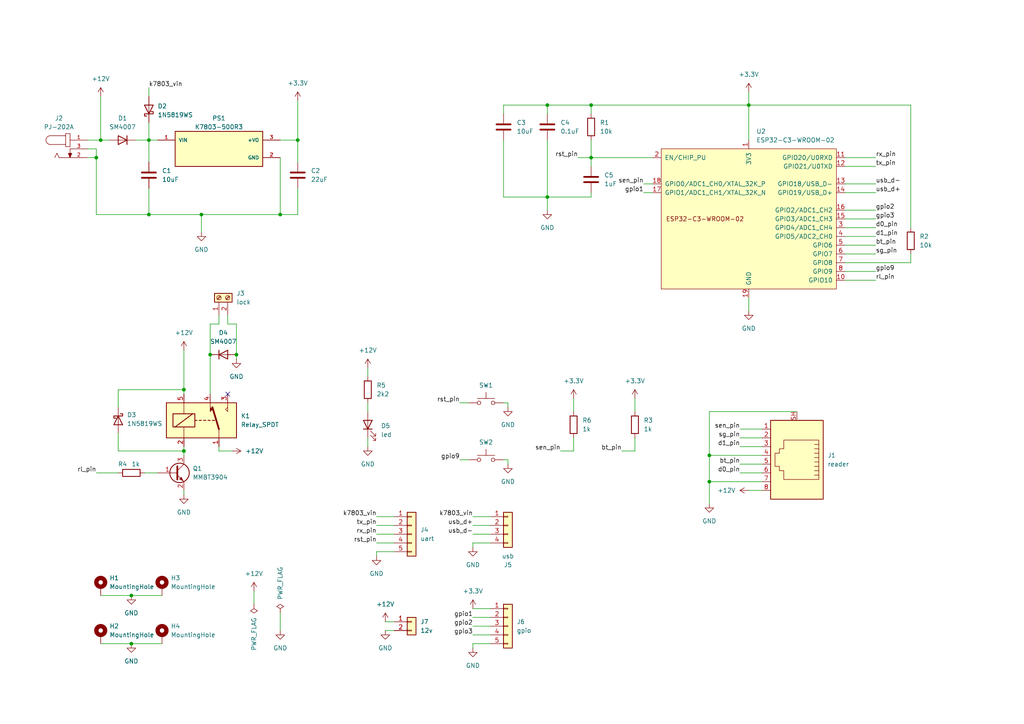
<source format=kicad_sch>
(kicad_sch (version 20230121) (generator eeschema)
  (paper "A4")
  (lib_symbols
    (symbol "Connector:RJ45_Shielded" (pin_names (offset 1.016))
      (property "Reference" "J" (at -5.08 13.97 0))
      (property "Value" "RJ45_Shielded" (at 2.54 13.97 0))
      (symbol "RJ45_Shielded_0_1"
        (polyline (pts (xy -5.08 4.445) (xy -6.35 4.445)))
        (polyline (pts (xy -5.08 5.715) (xy -6.35 5.715)))
        (polyline (pts (xy -6.35 -3.175) (xy -5.08 -3.175) (xy -5.08 -3.175)))
        (polyline (pts (xy -6.35 -1.905) (xy -5.08 -1.905) (xy -5.08 -1.905)))
        (polyline (pts (xy -6.35 -0.635) (xy -5.08 -0.635) (xy -5.08 -0.635)))
        (polyline (pts (xy -6.35 0.635) (xy -5.08 0.635) (xy -5.08 0.635)))
        (polyline (pts (xy -6.35 1.905) (xy -5.08 1.905) (xy -5.08 1.905)))
        (polyline (pts (xy -5.08 3.175) (xy -6.35 3.175) (xy -6.35 3.175)))
        (polyline (pts (xy -6.35 -4.445) (xy -6.35 6.985) (xy 3.81 6.985) (xy 3.81 4.445) (xy 5.08 4.445) (xy 5.08 3.175) (xy 6.35 3.175) (xy 6.35 -0.635) (xy 5.08 -0.635) (xy 5.08 -1.905) (xy 3.81 -1.905) (xy 3.81 -4.445) (xy -6.35 -4.445) (xy -6.35 -4.445)))
        (rectangle (start 7.62 12.7) (end -7.62 -10.16) (stroke (width 0.254)) (fill (type background)))
      )
      (symbol "RJ45_Shielded_1_1"
        (pin passive line (at 10.16 -7.62 180) (length 2.54) (name "~") (number "1"))
        (pin passive line (at 10.16 -5.08 180) (length 2.54) (name "~") (number "2"))
        (pin passive line (at 10.16 -2.54 180) (length 2.54) (name "~") (number "3"))
        (pin passive line (at 10.16 0 180) (length 2.54) (name "~") (number "4"))
        (pin passive line (at 10.16 2.54 180) (length 2.54) (name "~") (number "5"))
        (pin passive line (at 10.16 5.08 180) (length 2.54) (name "~") (number "6"))
        (pin passive line (at 10.16 7.62 180) (length 2.54) (name "~") (number "7"))
        (pin passive line (at 10.16 10.16 180) (length 2.54) (name "~") (number "8"))
        (pin passive line (at 0 -12.7 90) (length 2.54) (name "~") (number "SH"))
      )
    )
    (symbol "Connector:Screw_Terminal_01x02" (pin_names (offset 1.016) hide)
      (property "Reference" "J" (at 0 2.54 0))
      (property "Value" "Screw_Terminal_01x02" (at 0 -5.08 0))
      (symbol "Screw_Terminal_01x02_1_1"
        (rectangle (start -1.27 1.27) (end 1.27 -3.81) (stroke (width 0.254)) (fill (type background)))
        (circle (center 0 -2.54) (radius 0.635) (stroke (width 0.1524)))
        (polyline (pts (xy -0.5334 -2.2098) (xy 0.3302 -3.048)) (stroke (width 0.1524)))
        (polyline (pts (xy -0.5334 0.3302) (xy 0.3302 -0.508)) (stroke (width 0.1524)))
        (polyline (pts (xy -0.3556 -2.032) (xy 0.508 -2.8702)) (stroke (width 0.1524)))
        (polyline (pts (xy -0.3556 0.508) (xy 0.508 -0.3302)) (stroke (width 0.1524)))
        (circle (center 0 0) (radius 0.635) (stroke (width 0.1524)))
        (pin passive line (at -5.08 0 0) (length 3.81) (name "Pin_1") (number "1"))
        (pin passive line (at -5.08 -2.54 0) (length 3.81) (name "Pin_2") (number "2"))
      )
    )
    (symbol "Connector_Generic:Conn_01x02" (pin_names (offset 1.016) hide)
      (property "Reference" "J" (at 0 2.54 0))
      (property "Value" "Conn_01x02" (at 0 -5.08 0))
      (symbol "Conn_01x02_1_1"
        (rectangle (start -1.27 -2.413) (end 0 -2.667) (stroke (width 0.1524)))
        (rectangle (start -1.27 0.127) (end 0 -0.127) (stroke (width 0.1524)))
        (rectangle (start -1.27 1.27) (end 1.27 -3.81) (stroke (width 0.254)) (fill (type background)))
        (pin passive line (at -5.08 0 0) (length 3.81) (name "Pin_1") (number "1"))
        (pin passive line (at -5.08 -2.54 0) (length 3.81) (name "Pin_2") (number "2"))
      )
    )
    (symbol "Connector_Generic:Conn_01x04" (pin_names (offset 1.016) hide)
      (property "Reference" "J" (at 0 5.08 0))
      (property "Value" "Conn_01x04" (at 0 -7.62 0))
      (symbol "Conn_01x04_1_1"
        (rectangle (start -1.27 -4.953) (end 0 -5.207) (stroke (width 0.1524)))
        (rectangle (start -1.27 -2.413) (end 0 -2.667) (stroke (width 0.1524)))
        (rectangle (start -1.27 0.127) (end 0 -0.127) (stroke (width 0.1524)))
        (rectangle (start -1.27 2.667) (end 0 2.413) (stroke (width 0.1524)))
        (rectangle (start -1.27 3.81) (end 1.27 -6.35) (stroke (width 0.254)) (fill (type background)))
        (pin passive line (at -5.08 2.54 0) (length 3.81) (name "Pin_1") (number "1"))
        (pin passive line (at -5.08 0 0) (length 3.81) (name "Pin_2") (number "2"))
        (pin passive line (at -5.08 -2.54 0) (length 3.81) (name "Pin_3") (number "3"))
        (pin passive line (at -5.08 -5.08 0) (length 3.81) (name "Pin_4") (number "4"))
      )
    )
    (symbol "Connector_Generic:Conn_01x05" (pin_names (offset 1.016) hide)
      (property "Reference" "J" (at 0 7.62 0))
      (property "Value" "Conn_01x05" (at 0 -7.62 0))
      (symbol "Conn_01x05_1_1"
        (rectangle (start -1.27 -4.953) (end 0 -5.207) (stroke (width 0.1524)))
        (rectangle (start -1.27 -2.413) (end 0 -2.667) (stroke (width 0.1524)))
        (rectangle (start -1.27 0.127) (end 0 -0.127) (stroke (width 0.1524)))
        (rectangle (start -1.27 2.667) (end 0 2.413) (stroke (width 0.1524)))
        (rectangle (start -1.27 5.207) (end 0 4.953) (stroke (width 0.1524)))
        (rectangle (start -1.27 6.35) (end 1.27 -6.35) (stroke (width 0.254)) (fill (type background)))
        (pin passive line (at -5.08 5.08 0) (length 3.81) (name "Pin_1") (number "1"))
        (pin passive line (at -5.08 2.54 0) (length 3.81) (name "Pin_2") (number "2"))
        (pin passive line (at -5.08 0 0) (length 3.81) (name "Pin_3") (number "3"))
        (pin passive line (at -5.08 -2.54 0) (length 3.81) (name "Pin_4") (number "4"))
        (pin passive line (at -5.08 -5.08 0) (length 3.81) (name "Pin_5") (number "5"))
      )
    )
    (symbol "Device:C" (pin_numbers hide) (pin_names (offset 0.254))
      (property "Reference" "C" (at 0.635 2.54 0))
      (property "Value" "C" (at 0.635 -2.54 0))
      (symbol "C_0_1"
        (polyline (pts (xy -2.032 -0.762) (xy 2.032 -0.762)) (stroke (width 0.508)))
        (polyline (pts (xy -2.032 0.762) (xy 2.032 0.762)) (stroke (width 0.508)))
      )
      (symbol "C_1_1"
        (pin passive line (at 0 3.81 270) (length 2.794) (name "~") (number "1"))
        (pin passive line (at 0 -3.81 90) (length 2.794) (name "~") (number "2"))
      )
    )
    (symbol "Device:LED" (pin_numbers hide) (pin_names (offset 1.016) hide)
      (property "Reference" "D" (at 0 2.54 0))
      (property "Value" "LED" (at 0 -2.54 0))
      (symbol "LED_0_1"
        (polyline (pts (xy -1.27 -1.27) (xy -1.27 1.27)) (stroke (width 0.254)))
        (polyline (pts (xy -1.27 0) (xy 1.27 0)))
        (polyline (pts (xy 1.27 -1.27) (xy 1.27 1.27) (xy -1.27 0) (xy 1.27 -1.27)) (stroke (width 0.254)))
        (polyline (pts (xy -3.048 -0.762) (xy -4.572 -2.286) (xy -3.81 -2.286) (xy -4.572 -2.286) (xy -4.572 -1.524)))
        (polyline (pts (xy -1.778 -0.762) (xy -3.302 -2.286) (xy -2.54 -2.286) (xy -3.302 -2.286) (xy -3.302 -1.524)))
      )
      (symbol "LED_1_1"
        (pin passive line (at -3.81 0 0) (length 2.54) (name "K") (number "1"))
        (pin passive line (at 3.81 0 180) (length 2.54) (name "A") (number "2"))
      )
    )
    (symbol "Device:R" (pin_numbers hide) (pin_names (offset 0))
      (property "Reference" "R" (at 2.032 0 90))
      (property "Value" "R" (at 0 0 90))
      (symbol "R_0_1"
        (rectangle (start -1.016 -2.54) (end 1.016 2.54) (stroke (width 0.254)))
      )
      (symbol "R_1_1"
        (pin passive line (at 0 3.81 270) (length 1.27) (name "~") (number "1"))
        (pin passive line (at 0 -3.81 90) (length 1.27) (name "~") (number "2"))
      )
    )
    (symbol "Diode:1N5819WS" (pin_numbers hide) (pin_names (offset 1.016) hide)
      (property "Reference" "D" (at 0 2.54 0))
      (property "Value" "1N5819WS" (at 0 -2.54 0))
      (symbol "1N5819WS_0_1"
        (polyline (pts (xy 1.27 0) (xy -1.27 0)))
        (polyline (pts (xy 1.27 1.27) (xy 1.27 -1.27) (xy -1.27 0) (xy 1.27 1.27)) (stroke (width 0.254)))
        (polyline (pts (xy -1.905 0.635) (xy -1.905 1.27) (xy -1.27 1.27) (xy -1.27 -1.27) (xy -0.635 -1.27) (xy -0.635 -0.635)) (stroke (width 0.254)))
      )
      (symbol "1N5819WS_1_1"
        (pin passive line (at -3.81 0 0) (length 2.54) (name "K") (number "1"))
        (pin passive line (at 3.81 0 180) (length 2.54) (name "A") (number "2"))
      )
    )
    (symbol "Diode:SM4007" (pin_numbers hide) (pin_names hide)
      (property "Reference" "D" (at 0 2.54 0))
      (property "Value" "SM4007" (at 0 -2.54 0))
      (symbol "SM4007_0_1"
        (polyline (pts (xy -1.27 1.27) (xy -1.27 -1.27)) (stroke (width 0.254)))
        (polyline (pts (xy 1.27 0) (xy -1.27 0)))
        (polyline (pts (xy 1.27 1.27) (xy 1.27 -1.27) (xy -1.27 0) (xy 1.27 1.27)) (stroke (width 0.254)))
      )
      (symbol "SM4007_1_1"
        (pin passive line (at -3.81 0 0) (length 2.54) (name "K") (number "1"))
        (pin passive line (at 3.81 0 180) (length 2.54) (name "A") (number "2"))
      )
    )
    (symbol "Mechanical:MountingHole_Pad" (pin_numbers hide) (pin_names (offset 1.016) hide)
      (property "Reference" "H" (at 0 6.35 0))
      (property "Value" "MountingHole_Pad" (at 0 4.445 0))
      (symbol "MountingHole_Pad_0_1"
        (circle (center 0 1.27) (radius 1.27) (stroke (width 1.27)))
      )
      (symbol "MountingHole_Pad_1_1"
        (pin input line (at 0 -2.54 90) (length 2.54) (name "1") (number "1"))
      )
    )
    (symbol "PCM_Espressif:ESP32-C3-WROOM-02" (pin_names (offset 1.016))
      (property "Reference" "U" (at -25.4 25.4 0))
      (property "Value" "ESP32-C3-WROOM-02" (at -25.4 22.86 0))
      (symbol "ESP32-C3-WROOM-02_0_0"
        (text "ESP32-C3-WROOM-02" (at -12.7 0 0) (effects (font (size 1.27 1.27))))
      )
      (symbol "ESP32-C3-WROOM-02_0_1"
        (rectangle (start 25.4 20.32) (end -25.4 -20.32) (fill (type background)))
      )
      (symbol "ESP32-C3-WROOM-02_1_1"
        (pin power_in line (at 0 22.86 270) (length 2.54) (name "3V3") (number "1"))
        (pin bidirectional line (at 27.94 -17.78 180) (length 2.54) (name "GPIO10") (number "10"))
        (pin bidirectional line (at 27.94 17.78 180) (length 2.54) (name "GPIO20/U0RXD") (number "11"))
        (pin bidirectional line (at 27.94 15.24 180) (length 2.54) (name "GPIO21/U0TXD") (number "12"))
        (pin bidirectional line (at 27.94 10.16 180) (length 2.54) (name "GPIO18/USB_D-") (number "13"))
        (pin bidirectional line (at 27.94 7.62 180) (length 2.54) (name "GPIO19/USB_D+") (number "14"))
        (pin bidirectional line (at 27.94 0 180) (length 2.54) (name "GPIO3/ADC1_CH3") (number "15"))
        (pin bidirectional line (at 27.94 2.54 180) (length 2.54) (name "GPIO2/ADC1_CH2") (number "16"))
        (pin bidirectional line (at -27.94 7.62 0) (length 2.54) (name "GPIO1/ADC1_CH1/XTAL_32K_N") (number "17"))
        (pin bidirectional line (at -27.94 10.16 0) (length 2.54) (name "GPIO0/ADC1_CH0/XTAL_32K_P") (number "18"))
        (pin power_in line (at 0 -22.86 90) (length 2.54) (name "GND") (number "19"))
        (pin input line (at -27.94 17.78 0) (length 2.54) (name "EN/CHIP_PU") (number "2"))
        (pin bidirectional line (at 27.94 -2.54 180) (length 2.54) (name "GPIO4/ADC1_CH4") (number "3"))
        (pin bidirectional line (at 27.94 -5.08 180) (length 2.54) (name "GPIO5/ADC2_CH0") (number "4"))
        (pin bidirectional line (at 27.94 -7.62 180) (length 2.54) (name "GPIO6") (number "5"))
        (pin bidirectional line (at 27.94 -10.16 180) (length 2.54) (name "GPIO7") (number "6"))
        (pin bidirectional line (at 27.94 -12.7 180) (length 2.54) (name "GPIO8") (number "7"))
        (pin bidirectional line (at 27.94 -15.24 180) (length 2.54) (name "GPIO9") (number "8"))
        (pin passive line (at 0 -22.86 90) (length 2.54) hide (name "GND") (number "9"))
      )
    )
    (symbol "PCM_K7803-500R3:K7803-500R3" (pin_names (offset 1.016))
      (property "Reference" "PS" (at -12.7 6.35 0))
      (property "Value" "K7803-500R3" (at -12.7 -7.62 0))
      (symbol "K7803-500R3_0_0"
        (rectangle (start -12.7 -5.08) (end 12.7 5.08) (stroke (width 0.254)) (fill (type background)))
        (pin power_in line (at 17.78 -2.54 180) (length 5.08) (name "GND") (number "2"))
      )
      (symbol "K7803-500R3_1_0"
        (pin input line (at -17.78 2.54 0) (length 5.08) (name "VIN") (number "1"))
        (pin power_out line (at 17.78 2.54 180) (length 5.08) (name "+VO") (number "3"))
      )
    )
    (symbol "PCM_PJ-202A:PJ-202A" (pin_names (offset 1.016))
      (property "Reference" "J" (at -5.08 5.08 0))
      (property "Value" "PJ-202A" (at -5.08 -5.08 0))
      (symbol "PJ-202A_0_0"
        (arc (start -5.715 3.81) (mid -6.9795 2.54) (end -5.715 1.27) (stroke (width 0.1524)))
        (polyline (pts (xy -5.715 3.81) (xy -1.27 3.81)) (stroke (width 0.1524)))
        (polyline (pts (xy -3.81 -1.27) (xy -4.445 -2.54)) (stroke (width 0.1524)))
        (polyline (pts (xy -3.175 -2.54) (xy -3.81 -1.27)) (stroke (width 0.1524)))
        (polyline (pts (xy -1.27 0.635) (xy 0 0.635)) (stroke (width 0.1524)))
        (polyline (pts (xy -1.27 1.27) (xy -5.715 1.27)) (stroke (width 0.1524)))
        (polyline (pts (xy -1.27 1.27) (xy -1.27 0.635)) (stroke (width 0.1524)))
        (polyline (pts (xy -1.27 3.81) (xy -1.27 1.27)) (stroke (width 0.1524)))
        (polyline (pts (xy -1.27 4.445) (xy -1.27 3.81)) (stroke (width 0.1524)))
        (polyline (pts (xy 0 -2.54) (xy -3.175 -2.54)) (stroke (width 0.1524)))
        (polyline (pts (xy 0 0) (xy 0 -2.54)) (stroke (width 0.1524)))
        (polyline (pts (xy 0 0.635) (xy 0 4.445)) (stroke (width 0.1524)))
        (polyline (pts (xy 0 4.445) (xy -1.27 4.445)) (stroke (width 0.1524)))
        (polyline (pts (xy 0 -2.54) (xy -0.508 -1.27) (xy 0.508 -1.27) (xy 0 -2.54)) (stroke (width 0.1524)) (fill (type outline)))
        (pin passive line (at 5.08 2.54 180) (length 5.08) (name "~") (number "1"))
        (pin passive line (at 5.08 -2.54 180) (length 5.08) (name "~") (number "2"))
        (pin passive line (at 5.08 0 180) (length 5.08) (name "~") (number "3"))
      )
    )
    (symbol "Relay:G5LE-1"
      (property "Reference" "K" (at 11.43 3.81 0))
      (property "Value" "G5LE-1" (at 11.43 1.27 0))
      (symbol "G5LE-1_0_0"
        (polyline (pts (xy 7.62 5.08) (xy 7.62 2.54) (xy 6.985 3.175) (xy 7.62 3.81)))
      )
      (symbol "G5LE-1_0_1"
        (rectangle (start -10.16 5.08) (end 10.16 -5.08) (stroke (width 0.254)) (fill (type background)))
        (rectangle (start -8.255 1.905) (end -1.905 -1.905) (stroke (width 0.254)))
        (polyline (pts (xy -7.62 -1.905) (xy -2.54 1.905)) (stroke (width 0.254)))
        (polyline (pts (xy -5.08 -5.08) (xy -5.08 -1.905)))
        (polyline (pts (xy -5.08 5.08) (xy -5.08 1.905)))
        (polyline (pts (xy -1.905 0) (xy -1.27 0)) (stroke (width 0.254)))
        (polyline (pts (xy -0.635 0) (xy 0 0)) (stroke (width 0.254)))
        (polyline (pts (xy 0.635 0) (xy 1.27 0)) (stroke (width 0.254)))
        (polyline (pts (xy 1.905 0) (xy 2.54 0)) (stroke (width 0.254)))
        (polyline (pts (xy 3.175 0) (xy 3.81 0)) (stroke (width 0.254)))
        (polyline (pts (xy 5.08 -2.54) (xy 3.175 3.81)) (stroke (width 0.508)))
        (polyline (pts (xy 5.08 -2.54) (xy 5.08 -5.08)))
        (polyline (pts (xy 2.54 5.08) (xy 2.54 2.54) (xy 3.175 3.175) (xy 2.54 3.81)) (fill (type outline)))
      )
      (symbol "G5LE-1_1_1"
        (pin passive line (at 5.08 -7.62 90) (length 2.54) (name "~") (number "1"))
        (pin passive line (at -5.08 -7.62 90) (length 2.54) (name "~") (number "2"))
        (pin passive line (at 7.62 7.62 270) (length 2.54) (name "~") (number "3"))
        (pin passive line (at 2.54 7.62 270) (length 2.54) (name "~") (number "4"))
        (pin passive line (at -5.08 7.62 270) (length 2.54) (name "~") (number "5"))
      )
    )
    (symbol "Switch:SW_Push" (pin_numbers hide) (pin_names (offset 1.016) hide)
      (property "Reference" "SW" (at 1.27 2.54 0))
      (property "Value" "SW_Push" (at 0 -1.524 0))
      (symbol "SW_Push_0_1"
        (circle (center -2.032 0) (radius 0.508))
        (polyline (pts (xy 0 1.27) (xy 0 3.048)))
        (polyline (pts (xy 2.54 1.27) (xy -2.54 1.27)))
        (circle (center 2.032 0) (radius 0.508))
        (pin passive line (at -5.08 0 0) (length 2.54) (name "1") (number "1"))
        (pin passive line (at 5.08 0 180) (length 2.54) (name "2") (number "2"))
      )
    )
    (symbol "Transistor_BJT:MMBT3904" (pin_names (offset 0) hide)
      (property "Reference" "Q" (at 5.08 1.905 0))
      (property "Value" "MMBT3904" (at 5.08 0 0))
      (symbol "MMBT3904_0_1"
        (polyline (pts (xy 0.635 0.635) (xy 2.54 2.54)))
        (polyline (pts (xy 0.635 -0.635) (xy 2.54 -2.54) (xy 2.54 -2.54)))
        (polyline (pts (xy 0.635 1.905) (xy 0.635 -1.905) (xy 0.635 -1.905)) (stroke (width 0.508)))
        (polyline (pts (xy 1.27 -1.778) (xy 1.778 -1.27) (xy 2.286 -2.286) (xy 1.27 -1.778) (xy 1.27 -1.778)) (fill (type outline)))
        (circle (center 1.27 0) (radius 2.8194) (stroke (width 0.254)))
      )
      (symbol "MMBT3904_1_1"
        (pin input line (at -5.08 0 0) (length 5.715) (name "B") (number "1"))
        (pin passive line (at 2.54 -5.08 90) (length 2.54) (name "E") (number "2"))
        (pin passive line (at 2.54 5.08 270) (length 2.54) (name "C") (number "3"))
      )
    )
    (symbol "power:+12V" (power) (pin_names (offset 0))
      (property "Value" "+12V" (at 0 3.556 0))
      (symbol "+12V_0_1"
        (polyline (pts (xy -0.762 1.27) (xy 0 2.54)))
        (polyline (pts (xy 0 0) (xy 0 2.54)))
        (polyline (pts (xy 0 2.54) (xy 0.762 1.27)))
      )
      (symbol "+12V_1_1"
        (pin power_in line (at 0 0 90) (length 0) hide (name "+12V") (number "1"))
      )
    )
    (symbol "power:+3.3V" (power) (pin_names (offset 0))
      (property "Value" "+3.3V" (at 0 3.556 0))
      (symbol "+3.3V_0_1"
        (polyline (pts (xy -0.762 1.27) (xy 0 2.54)))
        (polyline (pts (xy 0 0) (xy 0 2.54)))
        (polyline (pts (xy 0 2.54) (xy 0.762 1.27)))
      )
      (symbol "+3.3V_1_1"
        (pin power_in line (at 0 0 90) (length 0) hide (name "+3.3V") (number "1"))
      )
    )
    (symbol "power:GND" (power) (pin_names (offset 0))
      (property "Value" "GND" (at 0 -3.81 0))
      (symbol "GND_0_1"
        (polyline (pts (xy 0 0) (xy 0 -1.27) (xy 1.27 -1.27) (xy 0 -2.54) (xy -1.27 -1.27) (xy 0 -1.27)))
      )
      (symbol "GND_1_1"
        (pin power_in line (at 0 0 270) (length 0) hide (name "GND") (number "1"))
      )
    )
    (symbol "power:PWR_FLAG" (power) (pin_numbers hide) (pin_names (offset 0) hide)
      (property "Value" "PWR_FLAG" (at 0 3.81 0))
      (symbol "PWR_FLAG_0_0"
        (pin power_out line (at 0 0 90) (length 0) (name "pwr") (number "1"))
      )
      (symbol "PWR_FLAG_0_1"
        (polyline (pts (xy 0 0) (xy 0 1.27) (xy -1.016 1.905) (xy 0 2.54) (xy 1.016 1.905) (xy 0 1.27)))
      )
    )
  )
  (junction (at 27.94 45.72))
  (junction (at 81.28 62.23))
  (junction (at 53.34 130.81))
  (junction (at 158.75 30.48))
  (junction (at 43.18 62.23))
  (junction (at 205.74 132.08))
  (junction (at 43.18 40.64))
  (junction (at 86.36 40.64))
  (junction (at 38.1 186.69))
  (junction (at 53.34 113.03))
  (junction (at 171.45 45.72))
  (junction (at 29.21 40.64))
  (junction (at 58.42 62.23))
  (junction (at 60.96 102.87))
  (junction (at 158.75 57.15))
  (junction (at 217.17 30.48))
  (junction (at 38.1 172.72))
  (junction (at 171.45 30.48))
  (junction (at 205.74 139.7))
  (junction (at 68.58 102.87))
  (no_connect (at 66.04 114.3))
  (wire (pts (xy 106.68 116.84) (xy 106.68 119.38)))
  (wire (pts (xy 111.76 180.34) (xy 114.3 180.34)))
  (wire (pts (xy 58.42 62.23) (xy 81.28 62.23)))
  (wire (pts (xy 171.45 55.88) (xy 171.45 57.15)))
  (wire (pts (xy 81.28 62.23) (xy 86.36 62.23)))
  (wire (pts (xy 137.16 176.53) (xy 142.24 176.53)))
  (wire (pts (xy 245.11 71.12) (xy 254 71.12)))
  (wire (pts (xy 58.42 62.23) (xy 43.18 62.23)))
  (wire (pts (xy 41.91 137.16) (xy 45.72 137.16)))
  (wire (pts (xy 214.63 127) (xy 220.98 127)))
  (wire (pts (xy 214.63 124.46) (xy 220.98 124.46)))
  (wire (pts (xy 81.28 62.23) (xy 81.28 45.72)))
  (wire (pts (xy 27.94 43.18) (xy 25.4 43.18)))
  (wire (pts (xy 67.31 130.81) (xy 63.5 130.81)))
  (wire (pts (xy 38.1 172.72) (xy 46.99 172.72)))
  (wire (pts (xy 53.34 101.6) (xy 53.34 113.03)))
  (wire (pts (xy 184.15 115.57) (xy 184.15 119.38)))
  (wire (pts (xy 29.21 40.64) (xy 31.75 40.64)))
  (wire (pts (xy 34.29 118.11) (xy 34.29 113.03)))
  (wire (pts (xy 109.22 154.94) (xy 114.3 154.94)))
  (wire (pts (xy 214.63 137.16) (xy 220.98 137.16)))
  (wire (pts (xy 43.18 25.4) (xy 43.18 27.94)))
  (wire (pts (xy 137.16 181.61) (xy 142.24 181.61)))
  (wire (pts (xy 158.75 40.64) (xy 158.75 57.15)))
  (wire (pts (xy 146.05 30.48) (xy 146.05 33.02)))
  (wire (pts (xy 146.05 57.15) (xy 158.75 57.15)))
  (wire (pts (xy 146.05 133.35) (xy 147.32 133.35)))
  (wire (pts (xy 63.5 130.81) (xy 63.5 129.54)))
  (wire (pts (xy 68.58 102.87) (xy 68.58 104.14)))
  (wire (pts (xy 25.4 40.64) (xy 29.21 40.64)))
  (wire (pts (xy 205.74 132.08) (xy 220.98 132.08)))
  (wire (pts (xy 60.96 93.98) (xy 60.96 102.87)))
  (wire (pts (xy 53.34 113.03) (xy 53.34 114.3)))
  (wire (pts (xy 137.16 186.69) (xy 142.24 186.69)))
  (wire (pts (xy 137.16 157.48) (xy 142.24 157.48)))
  (wire (pts (xy 86.36 29.21) (xy 86.36 40.64)))
  (wire (pts (xy 43.18 40.64) (xy 43.18 46.99)))
  (wire (pts (xy 109.22 152.4) (xy 114.3 152.4)))
  (wire (pts (xy 245.11 73.66) (xy 254 73.66)))
  (wire (pts (xy 171.45 30.48) (xy 217.17 30.48)))
  (wire (pts (xy 214.63 134.62) (xy 220.98 134.62)))
  (wire (pts (xy 66.04 93.98) (xy 68.58 93.98)))
  (wire (pts (xy 158.75 30.48) (xy 158.75 33.02)))
  (wire (pts (xy 205.74 119.38) (xy 205.74 132.08)))
  (wire (pts (xy 171.45 40.64) (xy 171.45 45.72)))
  (wire (pts (xy 133.35 133.35) (xy 135.89 133.35)))
  (wire (pts (xy 158.75 30.48) (xy 146.05 30.48)))
  (wire (pts (xy 53.34 142.24) (xy 53.34 143.51)))
  (wire (pts (xy 29.21 172.72) (xy 38.1 172.72)))
  (wire (pts (xy 68.58 93.98) (xy 68.58 102.87)))
  (wire (pts (xy 86.36 62.23) (xy 86.36 54.61)))
  (wire (pts (xy 63.5 91.44) (xy 63.5 93.98)))
  (wire (pts (xy 34.29 113.03) (xy 53.34 113.03)))
  (wire (pts (xy 264.16 66.04) (xy 264.16 30.48)))
  (wire (pts (xy 81.28 177.8) (xy 81.28 182.88)))
  (wire (pts (xy 27.94 43.18) (xy 27.94 45.72)))
  (wire (pts (xy 27.94 137.16) (xy 34.29 137.16)))
  (wire (pts (xy 184.15 130.81) (xy 184.15 127)))
  (wire (pts (xy 142.24 149.86) (xy 137.16 149.86)))
  (wire (pts (xy 27.94 45.72) (xy 27.94 62.23)))
  (wire (pts (xy 109.22 157.48) (xy 114.3 157.48)))
  (wire (pts (xy 214.63 129.54) (xy 220.98 129.54)))
  (wire (pts (xy 66.04 93.98) (xy 66.04 91.44)))
  (wire (pts (xy 245.11 68.58) (xy 254 68.58)))
  (wire (pts (xy 137.16 184.15) (xy 142.24 184.15)))
  (wire (pts (xy 142.24 152.4) (xy 137.16 152.4)))
  (wire (pts (xy 147.32 133.35) (xy 147.32 134.62)))
  (wire (pts (xy 106.68 127) (xy 106.68 129.54)))
  (wire (pts (xy 264.16 30.48) (xy 217.17 30.48)))
  (wire (pts (xy 106.68 106.68) (xy 106.68 109.22)))
  (wire (pts (xy 73.66 171.45) (xy 73.66 175.26)))
  (wire (pts (xy 38.1 186.69) (xy 46.99 186.69)))
  (wire (pts (xy 264.16 76.2) (xy 264.16 73.66)))
  (wire (pts (xy 245.11 66.04) (xy 254 66.04)))
  (wire (pts (xy 137.16 179.07) (xy 142.24 179.07)))
  (wire (pts (xy 245.11 81.28) (xy 254 81.28)))
  (wire (pts (xy 171.45 45.72) (xy 171.45 48.26)))
  (wire (pts (xy 245.11 60.96) (xy 254 60.96)))
  (wire (pts (xy 58.42 62.23) (xy 58.42 67.31)))
  (wire (pts (xy 34.29 125.73) (xy 34.29 130.81)))
  (wire (pts (xy 180.34 130.81) (xy 184.15 130.81)))
  (wire (pts (xy 171.45 45.72) (xy 189.23 45.72)))
  (wire (pts (xy 245.11 63.5) (xy 254 63.5)))
  (wire (pts (xy 146.05 116.84) (xy 147.32 116.84)))
  (wire (pts (xy 217.17 26.67) (xy 217.17 30.48)))
  (wire (pts (xy 146.05 40.64) (xy 146.05 57.15)))
  (wire (pts (xy 158.75 30.48) (xy 171.45 30.48)))
  (wire (pts (xy 245.11 53.34) (xy 254 53.34)))
  (wire (pts (xy 137.16 158.75) (xy 137.16 157.48)))
  (wire (pts (xy 39.37 40.64) (xy 43.18 40.64)))
  (wire (pts (xy 158.75 57.15) (xy 171.45 57.15)))
  (wire (pts (xy 60.96 102.87) (xy 60.96 114.3)))
  (wire (pts (xy 109.22 149.86) (xy 114.3 149.86)))
  (wire (pts (xy 53.34 129.54) (xy 53.34 130.81)))
  (wire (pts (xy 45.72 40.64) (xy 43.18 40.64)))
  (wire (pts (xy 133.35 116.84) (xy 135.89 116.84)))
  (wire (pts (xy 43.18 35.56) (xy 43.18 40.64)))
  (wire (pts (xy 217.17 30.48) (xy 217.17 40.64)))
  (wire (pts (xy 86.36 40.64) (xy 86.36 46.99)))
  (wire (pts (xy 81.28 40.64) (xy 86.36 40.64)))
  (wire (pts (xy 205.74 139.7) (xy 205.74 132.08)))
  (wire (pts (xy 29.21 27.94) (xy 29.21 40.64)))
  (wire (pts (xy 231.14 119.38) (xy 205.74 119.38)))
  (wire (pts (xy 220.98 142.24) (xy 217.17 142.24)))
  (wire (pts (xy 186.69 53.34) (xy 189.23 53.34)))
  (wire (pts (xy 171.45 30.48) (xy 171.45 33.02)))
  (wire (pts (xy 27.94 62.23) (xy 43.18 62.23)))
  (wire (pts (xy 25.4 45.72) (xy 27.94 45.72)))
  (wire (pts (xy 158.75 60.96) (xy 158.75 57.15)))
  (wire (pts (xy 245.11 78.74) (xy 254 78.74)))
  (wire (pts (xy 166.37 130.81) (xy 166.37 127)))
  (wire (pts (xy 53.34 130.81) (xy 53.34 132.08)))
  (wire (pts (xy 167.64 45.72) (xy 171.45 45.72)))
  (wire (pts (xy 63.5 93.98) (xy 60.96 93.98)))
  (wire (pts (xy 205.74 146.05) (xy 205.74 139.7)))
  (wire (pts (xy 147.32 116.84) (xy 147.32 118.11)))
  (wire (pts (xy 43.18 62.23) (xy 43.18 54.61)))
  (wire (pts (xy 142.24 154.94) (xy 137.16 154.94)))
  (wire (pts (xy 29.21 186.69) (xy 38.1 186.69)))
  (wire (pts (xy 245.11 76.2) (xy 264.16 76.2)))
  (wire (pts (xy 205.74 139.7) (xy 220.98 139.7)))
  (wire (pts (xy 109.22 161.29) (xy 109.22 160.02)))
  (wire (pts (xy 34.29 130.81) (xy 53.34 130.81)))
  (wire (pts (xy 245.11 48.26) (xy 254 48.26)))
  (wire (pts (xy 162.56 130.81) (xy 166.37 130.81)))
  (wire (pts (xy 137.16 187.96) (xy 137.16 186.69)))
  (wire (pts (xy 217.17 86.36) (xy 217.17 90.17)))
  (wire (pts (xy 111.76 182.88) (xy 114.3 182.88)))
  (wire (pts (xy 109.22 160.02) (xy 114.3 160.02)))
  (wire (pts (xy 186.69 55.88) (xy 189.23 55.88)))
  (wire (pts (xy 245.11 45.72) (xy 254 45.72)))
  (wire (pts (xy 166.37 115.57) (xy 166.37 119.38)))
  (wire (pts (xy 245.11 55.88) (xy 254 55.88)))
  (label "sg_pin" (at 254 73.66 0))
  (label "usb_d+" (at 254 55.88 0))
  (label "rst_pin" (at 133.35 116.84 180))
  (label "k7803_vin" (at 137.16 149.86 180))
  (label "usb_d+" (at 137.16 152.4 180))
  (label "gpio3" (at 137.16 184.15 180))
  (label "usb_d-" (at 137.16 154.94 180))
  (label "gpio9" (at 254 78.74 0))
  (label "rx_pin" (at 254 45.72 0))
  (label "gpio2" (at 137.16 181.61 180))
  (label "bt_pin" (at 180.34 130.81 180))
  (label "sen_pin" (at 162.56 130.81 180))
  (label "d1_pin" (at 254 68.58 0))
  (label "usb_d-" (at 254 53.34 0))
  (label "d0_pin" (at 214.63 137.16 180))
  (label "tx_pin" (at 109.22 152.4 180))
  (label "gpio2" (at 254 60.96 0))
  (label "d0_pin" (at 254 66.04 0))
  (label "gpio1" (at 137.16 179.07 180))
  (label "d1_pin" (at 214.63 129.54 180))
  (label "k7803_vin" (at 109.22 149.86 180))
  (label "sen_pin" (at 214.63 124.46 180))
  (label "gpio3" (at 254 63.5 0))
  (label "rl_pin" (at 254 81.28 0))
  (label "k7803_vin" (at 43.18 25.4 0))
  (label "tx_pin" (at 254 48.26 0))
  (label "sen_pin" (at 186.69 53.34 180))
  (label "sg_pin" (at 214.63 127 180))
  (label "rst_pin" (at 167.64 45.72 180))
  (label "rl_pin" (at 27.94 137.16 180))
  (label "gpio9" (at 133.35 133.35 180))
  (label "bt_pin" (at 214.63 134.62 180))
  (label "bt_pin" (at 254 71.12 0))
  (label "gpio1" (at 186.69 55.88 180))
  (label "rst_pin" (at 109.22 157.48 180))
  (label "rx_pin" (at 109.22 154.94 180))
  (symbol (lib_id "PCM_K7803-500R3:K7803-500R3") (at 63.5 43.18 0) (unit 1) (in_bom no)
    (property "Reference" "PS1" (at 63.5 34.29 0))
    (property "Value" "K7803-500R3" (at 63.5 36.83 0))
    (property "Footprint" "Doorsys:CONV_K7803-500R3" (effects hide))
    (property "PARTREV" "2020.12.17-A/7" (effects hide))
    (property "STANDARD" "Manufacturer Recommendations" (effects hide))
    (property "MAXIMUM_PACKAGE_HEIGHT" "10.41 mm" (effects hide))
    (property "MANUFACTURER" "Mornsun" (effects hide))
  )
  (symbol (lib_id "Mechanical:MountingHole_Pad") (at 46.99 184.15 0) (unit 1) (in_bom no)
    (property "Reference" "H4" (at 49.53 181.61 0) (effects (justify left)))
    (property "Value" "MountingHole" (at 49.53 184.15 0) (effects (justify left)))
    (property "Footprint" "MountingHole:MountingHole_2.2mm_M2_ISO7380_Pad" (effects hide))
  )
  (symbol (lib_id "power:GND") (at 106.68 129.54 0) (unit 1)
    (property "Reference" "#PWR024" (effects hide))
    (property "Value" "GND" (at 106.68 134.62 0))
  )
  (symbol (lib_id "power:GND") (at 217.17 90.17 0) (unit 1)
    (property "Reference" "#PWR012" (effects hide))
    (property "Value" "GND" (at 217.17 95.25 0))
  )
  (symbol (lib_id "Diode:SM4007") (at 35.56 40.64 180) (unit 1)
    (property "Reference" "D1" (at 35.56 34.29 0))
    (property "Value" "SM4007" (at 35.56 36.83 0))
    (property "Footprint" "Diode_SMD:D_SOD-123F" (effects hide))
    (property "Datasheet" "http://cdn-reichelt.de/documents/datenblatt/A400/SMD1N400%23DIO.pdf" (effects hide))
    (property "Sim.Device" "D" (effects hide))
    (property "Sim.Pins" "1=K 2=A" (effects hide))
    (property "LCSC" "C64898" (effects hide))
  )
  (symbol (lib_id "Diode:1N5819WS") (at 34.29 121.92 270) (unit 1)
    (property "Reference" "D3" (at 36.83 120.3325 90) (effects (justify left)))
    (property "Value" "1N5819WS" (at 36.83 122.8725 90) (effects (justify left)))
    (property "Footprint" "Diode_SMD:D_SOD-323" (effects hide))
    (property "Datasheet" "https://datasheet.lcsc.com/lcsc/2204281430_Guangdong-Hottech-1N5819WS_C191023.pdf" (effects hide))
    (property "LCSC" "C191023" (effects hide))
  )
  (symbol (lib_id "power:GND") (at 205.74 146.05 0) (unit 1)
    (property "Reference" "#PWR017" (effects hide))
    (property "Value" "GND" (at 205.74 151.13 0))
  )
  (symbol (lib_id "Diode:SM4007") (at 64.77 102.87 0) (unit 1)
    (property "Reference" "D4" (at 64.77 96.52 0))
    (property "Value" "SM4007" (at 64.77 99.06 0))
    (property "Footprint" "Diode_SMD:D_SOD-123F" (effects hide))
    (property "Datasheet" "http://cdn-reichelt.de/documents/datenblatt/A400/SMD1N400%23DIO.pdf" (effects hide))
    (property "Sim.Device" "D" (effects hide))
    (property "Sim.Pins" "1=K 2=A" (effects hide))
    (property "LCSC" "C64898" (effects hide))
  )
  (symbol (lib_id "Transistor_BJT:MMBT3904") (at 50.8 137.16 0) (unit 1)
    (property "Reference" "Q1" (at 55.88 135.89 0) (effects (justify left)))
    (property "Value" "MMBT3904" (at 55.88 138.43 0) (effects (justify left)))
    (property "Footprint" "Package_TO_SOT_SMD:SOT-23" (effects hide))
    (property "Datasheet" "https://www.onsemi.com/pdf/datasheet/pzt3904-d.pdf" (effects hide))
    (property "LCSC" "C20526" (effects hide))
  )
  (symbol (lib_id "Connector:RJ45_Shielded") (at 231.14 132.08 180) (unit 1) (in_bom no)
    (property "Reference" "J1" (at 240.03 132.08 0) (effects (justify right)))
    (property "Value" "reader" (at 240.03 134.62 0) (effects (justify right)))
    (property "Footprint" "Doorsys:CONN8_2-908LF_AMP" (effects hide))
  )
  (symbol (lib_id "power:+3.3V") (at 166.37 115.57 0) (unit 1)
    (property "Reference" "#PWR026" (effects hide))
    (property "Value" "+3.3V" (at 166.37 110.49 0))
  )
  (symbol (lib_id "Device:LED") (at 106.68 123.19 90) (unit 1)
    (property "Reference" "D5" (at 110.49 123.5075 90) (effects (justify right)))
    (property "Value" "led" (at 110.49 126.0475 90) (effects (justify right)))
    (property "Footprint" "LED_SMD:LED_0805_2012Metric" (effects hide))
    (property "LCSC" "C2297" (effects hide))
  )
  (symbol (lib_id "Connector:Screw_Terminal_01x02") (at 63.5 86.36 90) (unit 1) (in_bom no)
    (property "Reference" "J3" (at 68.58 85.09 90) (effects (justify right)))
    (property "Value" "lock" (at 68.58 87.63 90) (effects (justify right)))
    (property "Footprint" "Doorsys:CONN_1935161_PXC" (effects hide))
    (property "Datasheet" "https://mm.digikey.com/Volume0/opasdata/d220001/medias/docus/909/1935161.pdf" (effects hide))
  )
  (symbol (lib_id "Device:C") (at 43.18 50.8 0) (unit 1)
    (property "Reference" "C1" (at 46.99 49.53 0) (effects (justify left)))
    (property "Value" "10uF" (at 46.99 52.07 0) (effects (justify left)))
    (property "Footprint" "Capacitor_SMD:C_1206_3216Metric" (effects hide))
    (property "LCSC" "C13585" (effects hide))
  )
  (symbol (lib_id "Connector_Generic:Conn_01x04") (at 147.32 152.4 0) (unit 1) (in_bom no)
    (property "Reference" "J5" (at 147.32 163.83 0))
    (property "Value" "usb" (at 147.32 161.29 0))
    (property "Footprint" "Connector_PinHeader_2.54mm:PinHeader_1x04_P2.54mm_Vertical" (effects hide))
  )
  (symbol (lib_id "power:+12V") (at 73.66 171.45 0) (unit 1)
    (property "Reference" "#PWR027" (effects hide))
    (property "Value" "+12V" (at 73.66 166.37 0))
  )
  (symbol (lib_id "power:GND") (at 58.42 67.31 0) (unit 1)
    (property "Reference" "#PWR01" (effects hide))
    (property "Value" "GND" (at 58.42 72.39 0))
  )
  (symbol (lib_id "power:+12V") (at 106.68 106.68 0) (unit 1)
    (property "Reference" "#PWR025" (effects hide))
    (property "Value" "+12V" (at 106.68 101.6 0))
  )
  (symbol (lib_id "power:GND") (at 81.28 182.88 0) (unit 1)
    (property "Reference" "#PWR028" (effects hide))
    (property "Value" "GND" (at 81.28 187.96 0))
  )
  (symbol (lib_id "power:GND") (at 137.16 187.96 0) (unit 1)
    (property "Reference" "#PWR08" (effects hide))
    (property "Value" "GND" (at 137.16 193.04 0))
  )
  (symbol (lib_id "Device:R") (at 166.37 123.19 0) (unit 1)
    (property "Reference" "R6" (at 168.91 121.92 0) (effects (justify left)))
    (property "Value" "1k" (at 168.91 124.46 0) (effects (justify left)))
    (property "Footprint" "Resistor_SMD:R_0805_2012Metric" (effects hide))
    (property "LCSC" "C17513" (effects hide))
  )
  (symbol (lib_id "Relay:G5LE-1") (at 58.42 121.92 0) (unit 1) (in_bom no)
    (property "Reference" "K1" (at 69.85 120.65 0) (effects (justify left)))
    (property "Value" "Relay_SPDT" (at 69.85 123.19 0) (effects (justify left)))
    (property "Footprint" "Relay_THT:Relay_SPDT_Omron-G5LE-1" (effects hide))
    (property "Datasheet" "http://www.omron.com/ecb/products/pdf/en-g5le.pdf" (effects hide))
  )
  (symbol (lib_id "power:GND") (at 147.32 118.11 0) (unit 1)
    (property "Reference" "#PWR020" (effects hide))
    (property "Value" "GND" (at 147.32 123.19 0))
  )
  (symbol (lib_id "Device:R") (at 106.68 113.03 0) (unit 1)
    (property "Reference" "R5" (at 109.22 111.76 0) (effects (justify left)))
    (property "Value" "2k2" (at 109.22 114.3 0) (effects (justify left)))
    (property "Footprint" "Resistor_SMD:R_0805_2012Metric" (effects hide))
    (property "LCSC" "C17520" (effects hide))
  )
  (symbol (lib_id "power:+12V") (at 67.31 130.81 270) (unit 1)
    (property "Reference" "#PWR015" (effects hide))
    (property "Value" "+12V" (at 71.12 130.81 90) (effects (justify left)))
  )
  (symbol (lib_id "PCM_Espressif:ESP32-C3-WROOM-02") (at 217.17 63.5 0) (unit 1) (in_bom no)
    (property "Reference" "U2" (at 219.3641 38.1 0) (effects (justify left)))
    (property "Value" "ESP32-C3-WROOM-02" (at 219.3641 40.64 0) (effects (justify left)))
    (property "Footprint" "PCM_Espressif:ESP32-C3-WROOM-02" (effects hide))
    (property "Datasheet" "https://www.espressif.com/sites/default/files/documentation/esp32-c3-wroom-02_datasheet_en.pdf" (effects hide))
  )
  (symbol (lib_id "power:GND") (at 147.32 134.62 0) (unit 1)
    (property "Reference" "#PWR021" (effects hide))
    (property "Value" "GND" (at 147.32 139.7 0))
  )
  (symbol (lib_id "Device:C") (at 86.36 50.8 0) (unit 1)
    (property "Reference" "C2" (at 90.17 49.53 0) (effects (justify left)))
    (property "Value" "22uF" (at 90.17 52.07 0) (effects (justify left)))
    (property "Footprint" "Capacitor_SMD:C_0805_2012Metric" (effects hide))
    (property "LCSC" "C45783" (effects hide))
  )
  (symbol (lib_id "power:GND") (at 68.58 104.14 0) (unit 1)
    (property "Reference" "#PWR016" (effects hide))
    (property "Value" "GND" (at 68.58 109.22 0))
  )
  (symbol (lib_id "power:GND") (at 38.1 186.69 0) (unit 1)
    (property "Reference" "#PWR023" (effects hide))
    (property "Value" "GND" (at 38.1 191.77 0))
  )
  (symbol (lib_id "power:+3.3V") (at 86.36 29.21 0) (unit 1)
    (property "Reference" "#PWR06" (effects hide))
    (property "Value" "+3.3V" (at 86.36 24.13 0))
  )
  (symbol (lib_id "power:+3.3V") (at 184.15 115.57 0) (unit 1)
    (property "Reference" "#PWR019" (effects hide))
    (property "Value" "+3.3V" (at 184.15 110.49 0))
  )
  (symbol (lib_id "power:GND") (at 38.1 172.72 0) (unit 1)
    (property "Reference" "#PWR022" (effects hide))
    (property "Value" "GND" (at 38.1 177.8 0))
  )
  (symbol (lib_id "Diode:1N5819WS") (at 43.18 31.75 90) (unit 1)
    (property "Reference" "D2" (at 45.72 30.7975 90) (effects (justify right)))
    (property "Value" "1N5819WS" (at 45.72 33.3375 90) (effects (justify right)))
    (property "Footprint" "Diode_SMD:D_SOD-323" (effects hide))
    (property "Datasheet" "https://datasheet.lcsc.com/lcsc/2204281430_Guangdong-Hottech-1N5819WS_C191023.pdf" (effects hide))
    (property "LCSC" "C191023" (effects hide))
  )
  (symbol (lib_id "Mechanical:MountingHole_Pad") (at 29.21 184.15 0) (unit 1) (in_bom no)
    (property "Reference" "H2" (at 31.75 181.61 0) (effects (justify left)))
    (property "Value" "MountingHole" (at 31.75 184.15 0) (effects (justify left)))
    (property "Footprint" "MountingHole:MountingHole_2.2mm_M2_ISO7380_Pad" (effects hide))
  )
  (symbol (lib_id "power:+3.3V") (at 137.16 176.53 0) (unit 1)
    (property "Reference" "#PWR09" (effects hide))
    (property "Value" "+3.3V" (at 137.16 171.45 0))
  )
  (symbol (lib_id "Connector_Generic:Conn_01x05") (at 147.32 181.61 0) (unit 1) (in_bom no)
    (property "Reference" "J6" (at 149.86 180.34 0) (effects (justify left)))
    (property "Value" "gpio" (at 149.86 182.88 0) (effects (justify left)))
    (property "Footprint" "Connector_PinHeader_2.54mm:PinHeader_1x05_P2.54mm_Vertical" (effects hide))
  )
  (symbol (lib_id "Device:R") (at 38.1 137.16 90) (unit 1)
    (property "Reference" "R4" (at 35.56 134.62 90))
    (property "Value" "1k" (at 39.37 134.62 90))
    (property "Footprint" "Resistor_SMD:R_0805_2012Metric" (effects hide))
    (property "LCSC" "C17513" (effects hide))
  )
  (symbol (lib_id "power:+12V") (at 53.34 101.6 0) (unit 1)
    (property "Reference" "#PWR03" (effects hide))
    (property "Value" "+12V" (at 53.34 96.52 0))
  )
  (symbol (lib_id "power:PWR_FLAG") (at 81.28 177.8 0) (unit 1)
    (property "Reference" "#FLG03" (effects hide))
    (property "Value" "PWR_FLAG" (at 81.28 173.99 90) (effects (justify left)))
  )
  (symbol (lib_id "Switch:SW_Push") (at 140.97 133.35 0) (unit 1)
    (property "Reference" "SW2" (at 140.97 128.27 0))
    (property "Value" "~" (at 140.97 128.27 0))
    (property "Footprint" "Button_Switch_SMD:SW_Push_1P1T_XKB_TS-1187A" (effects hide))
    (property "LCSC" "C318884" (effects hide))
  )
  (symbol (lib_id "power:+3.3V") (at 217.17 26.67 0) (unit 1)
    (property "Reference" "#PWR02" (effects hide))
    (property "Value" "+3.3V" (at 217.17 21.59 0))
  )
  (symbol (lib_id "power:GND") (at 53.34 143.51 0) (unit 1)
    (property "Reference" "#PWR014" (effects hide))
    (property "Value" "GND" (at 53.34 148.59 0))
  )
  (symbol (lib_id "power:+12V") (at 217.17 142.24 90) (unit 1)
    (property "Reference" "#PWR010" (effects hide))
    (property "Value" "+12V" (at 213.36 142.24 90) (effects (justify left)))
  )
  (symbol (lib_id "Mechanical:MountingHole_Pad") (at 46.99 170.18 0) (unit 1) (in_bom no)
    (property "Reference" "H3" (at 49.53 167.64 0) (effects (justify left)))
    (property "Value" "MountingHole" (at 49.53 170.18 0) (effects (justify left)))
    (property "Footprint" "MountingHole:MountingHole_2.2mm_M2_ISO7380_Pad" (effects hide))
  )
  (symbol (lib_id "Device:R") (at 171.45 36.83 0) (unit 1)
    (property "Reference" "R1" (at 173.99 35.56 0) (effects (justify left)))
    (property "Value" "10k" (at 173.99 38.1 0) (effects (justify left)))
    (property "Footprint" "Resistor_SMD:R_0805_2012Metric" (effects hide))
    (property "LCSC" "C17414" (effects hide))
  )
  (symbol (lib_id "power:+12V") (at 29.21 27.94 0) (unit 1)
    (property "Reference" "#PWR04" (effects hide))
    (property "Value" "+12V" (at 29.21 22.86 0))
  )
  (symbol (lib_id "Mechanical:MountingHole_Pad") (at 29.21 170.18 0) (unit 1) (in_bom no)
    (property "Reference" "H1" (at 31.75 167.64 0) (effects (justify left)))
    (property "Value" "MountingHole" (at 31.75 170.18 0) (effects (justify left)))
    (property "Footprint" "MountingHole:MountingHole_2.2mm_M2_ISO7380_Pad" (effects hide))
  )
  (symbol (lib_id "Device:R") (at 184.15 123.19 0) (unit 1)
    (property "Reference" "R3" (at 186.69 121.92 0) (effects (justify left)))
    (property "Value" "1k" (at 186.69 124.46 0) (effects (justify left)))
    (property "Footprint" "Resistor_SMD:R_0805_2012Metric" (effects hide))
    (property "LCSC" "C17513" (effects hide))
  )
  (symbol (lib_id "Switch:SW_Push") (at 140.97 116.84 0) (unit 1)
    (property "Reference" "SW1" (at 140.97 111.76 0))
    (property "Value" "~" (at 140.97 111.76 0))
    (property "Footprint" "Button_Switch_SMD:SW_Push_1P1T_XKB_TS-1187A" (effects hide))
    (property "LCSC" "C318884" (effects hide))
  )
  (symbol (lib_id "power:GND") (at 109.22 161.29 0) (unit 1)
    (property "Reference" "#PWR05" (effects hide))
    (property "Value" "GND" (at 109.22 166.37 0))
  )
  (symbol (lib_id "power:GND") (at 111.76 182.88 0) (unit 1)
    (property "Reference" "#PWR018" (effects hide))
    (property "Value" "GND" (at 111.76 187.96 0))
  )
  (symbol (lib_id "power:PWR_FLAG") (at 73.66 175.26 180) (unit 1)
    (property "Reference" "#FLG01" (effects hide))
    (property "Value" "PWR_FLAG" (at 73.66 179.07 90) (effects (justify left)))
  )
  (symbol (lib_id "power:+12V") (at 111.76 180.34 0) (unit 1)
    (property "Reference" "#PWR013" (effects hide))
    (property "Value" "+12V" (at 111.76 175.26 0))
  )
  (symbol (lib_id "PCM_PJ-202A:PJ-202A") (at 20.32 43.18 0) (unit 1) (in_bom no)
    (property "Reference" "J2" (at 17.0842 34.29 0))
    (property "Value" "PJ-202A" (at 17.0842 36.83 0))
    (property "Footprint" "Doorsys:CUI_PJ-202A" (effects hide))
    (property "MF" "CUI Devices" (effects hide))
    (property "DESCRIPTION" "2.0 x 6.5 mm, 2.5 A, Horizontal, Through Hole, Kinked Pins, Dc Power Jack Connector" (effects hide))
    (property "PACKAGE" "None" (effects hide))
    (property "PRICE" "None" (effects hide))
    (property "CUI_PURCHASE_URL" "https://www.cuidevices.com/product/interconnect/connectors/dc-power-connectors/jacks/pj-202a?utm_source=snapeda.com&utm_medium=referral&utm_campaign=snapedaBOM" (effects hide))
    (property "MP" "PJ-202A" (effects hide))
    (property "AVAILABILITY" "In Stock" (effects hide))
    (property "PURCHASE-URL" "https://pricing.snapeda.com/search/part/PJ-202A/?ref=eda" (effects hide))
  )
  (symbol (lib_id "power:GND") (at 137.16 158.75 0) (unit 1)
    (property "Reference" "#PWR07" (effects hide))
    (property "Value" "GND" (at 137.16 163.83 0))
  )
  (symbol (lib_id "Connector_Generic:Conn_01x02") (at 119.38 180.34 0) (unit 1) (in_bom no)
    (property "Reference" "J7" (at 121.92 180.34 0) (effects (justify left)))
    (property "Value" "12v" (at 121.92 182.88 0) (effects (justify left)))
    (property "Footprint" "Connector_PinHeader_2.54mm:PinHeader_1x02_P2.54mm_Vertical" (effects hide))
  )
  (symbol (lib_id "power:GND") (at 158.75 60.96 0) (unit 1)
    (property "Reference" "#PWR011" (effects hide))
    (property "Value" "GND" (at 158.75 66.04 0))
  )
  (symbol (lib_id "Device:R") (at 264.16 69.85 0) (unit 1)
    (property "Reference" "R2" (at 266.7 68.58 0) (effects (justify left)))
    (property "Value" "10k" (at 266.7 71.12 0) (effects (justify left)))
    (property "Footprint" "Resistor_SMD:R_0805_2012Metric" (effects hide))
    (property "LCSC" "C17414" (effects hide))
  )
  (symbol (lib_id "Device:C") (at 158.75 36.83 0) (unit 1)
    (property "Reference" "C4" (at 162.56 35.56 0) (effects (justify left)))
    (property "Value" "0.1uF" (at 162.56 38.1 0) (effects (justify left)))
    (property "Footprint" "Capacitor_SMD:C_0805_2012Metric" (effects hide))
    (property "LCSC" "C28233" (effects hide))
  )
  (symbol (lib_id "Device:C") (at 171.45 52.07 0) (unit 1)
    (property "Reference" "C5" (at 175.26 50.8 0) (effects (justify left)))
    (property "Value" "1uF" (at 175.26 53.34 0) (effects (justify left)))
    (property "Footprint" "Capacitor_SMD:C_0805_2012Metric" (effects hide))
    (property "LCSC" "C28323" (effects hide))
  )
  (symbol (lib_id "Connector_Generic:Conn_01x05") (at 119.38 154.94 0) (unit 1) (in_bom no)
    (property "Reference" "J4" (at 121.92 153.67 0) (effects (justify left)))
    (property "Value" "uart" (at 121.92 156.21 0) (effects (justify left)))
    (property "Footprint" "Connector_PinHeader_2.54mm:PinHeader_1x05_P2.54mm_Vertical" (effects hide))
  )
  (symbol (lib_id "Device:C") (at 146.05 36.83 0) (unit 1)
    (property "Reference" "C3" (at 149.86 35.56 0) (effects (justify left)))
    (property "Value" "10uF" (at 149.86 38.1 0) (effects (justify left)))
    (property "Footprint" "Capacitor_SMD:C_0805_2012Metric" (effects hide))
    (property "LCSC" "C15850" (effects hide))
  )
)
</source>
